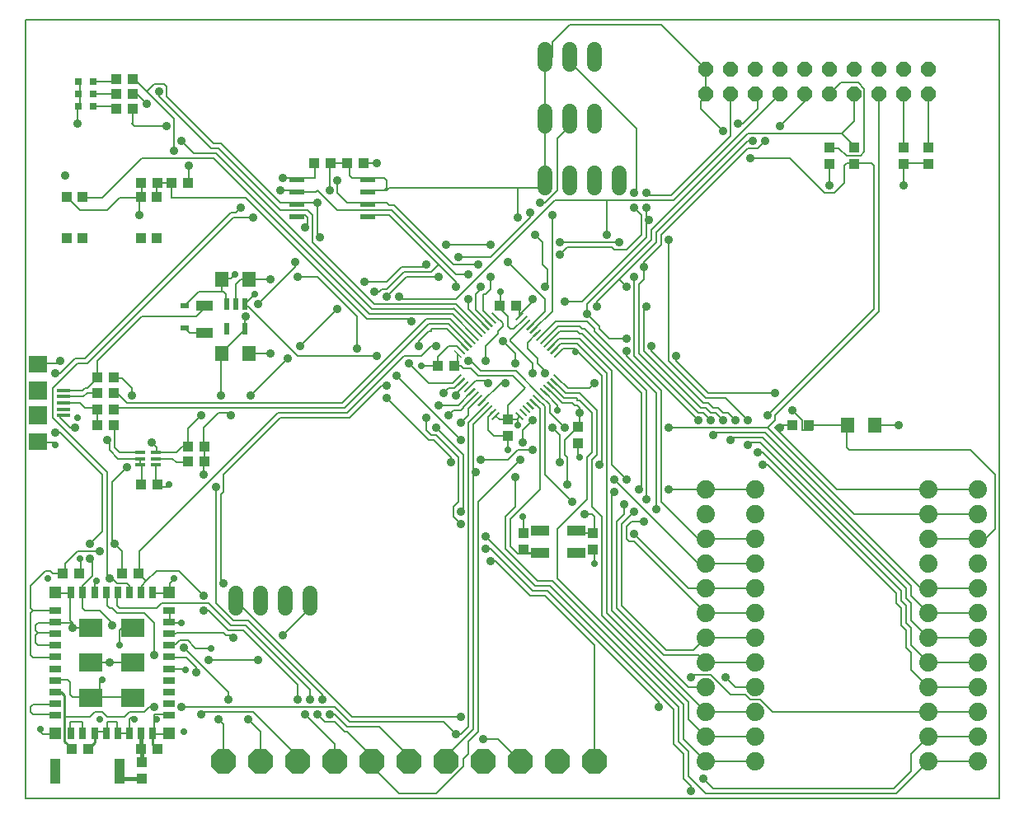
<source format=gtl>
G75*
G70*
%OFA0B0*%
%FSLAX24Y24*%
%IPPOS*%
%LPD*%
%AMOC8*
5,1,8,0,0,1.08239X$1,22.5*
%
%ADD10C,0.0080*%
%ADD11R,0.0551X0.0630*%
%ADD12R,0.0394X0.0433*%
%ADD13R,0.0315X0.0315*%
%ADD14R,0.0217X0.0472*%
%ADD15C,0.0740*%
%ADD16R,0.0748X0.0433*%
%ADD17R,0.0551X0.0138*%
%ADD18R,0.0748X0.0709*%
%ADD19R,0.0748X0.0748*%
%ADD20R,0.0709X0.0394*%
%ADD21R,0.0327X0.0248*%
%ADD22R,0.0079X0.0394*%
%ADD23R,0.0394X0.0079*%
%ADD24R,0.0433X0.0394*%
%ADD25R,0.0472X0.0472*%
%ADD26R,0.0472X0.0276*%
%ADD27R,0.0276X0.0472*%
%ADD28R,0.0945X0.0748*%
%ADD29R,0.0400X0.1000*%
%ADD30R,0.0394X0.0394*%
%ADD31R,0.0590X0.0220*%
%ADD32R,0.0390X0.0118*%
%ADD33C,0.0600*%
%ADD34OC8,0.0600*%
%ADD35OC8,0.1005*%
%ADD36C,0.0278*%
%ADD37C,0.0100*%
%ADD38C,0.0360*%
%ADD39C,0.0160*%
D10*
X001743Y000205D02*
X041113Y000205D01*
X041113Y031701D01*
X001743Y031701D01*
X001743Y000205D01*
X002443Y002805D02*
X002343Y002905D01*
X002343Y003005D01*
X002443Y002805D02*
X002843Y002805D01*
X002940Y002839D01*
X003543Y002905D02*
X003589Y002839D01*
X003543Y002905D02*
X003543Y003305D01*
X004043Y003305D01*
X004043Y002905D01*
X004062Y002839D01*
X004534Y002839D02*
X004543Y002905D01*
X004943Y002905D01*
X005007Y002839D01*
X005043Y002905D01*
X005043Y003305D01*
X005443Y003305D01*
X005443Y002905D01*
X005479Y002839D01*
X005503Y002845D01*
X005903Y002845D01*
X005951Y002839D01*
X005943Y002905D01*
X005943Y003405D01*
X006043Y003505D01*
X006143Y003405D01*
X005943Y003705D02*
X005743Y003505D01*
X005043Y003505D01*
X004843Y003705D01*
X004543Y003705D01*
X004343Y003505D01*
X003313Y003505D01*
X002940Y003567D02*
X002843Y003605D01*
X002043Y003605D01*
X001943Y003705D01*
X001943Y003905D01*
X002043Y004005D01*
X002843Y004005D01*
X002940Y004040D01*
X003543Y004405D02*
X003543Y004905D01*
X003443Y005005D01*
X002943Y005005D01*
X002940Y004985D01*
X003543Y004405D02*
X003643Y004305D01*
X004343Y004305D01*
X004396Y004276D01*
X004643Y004305D01*
X006043Y004305D01*
X006089Y004276D01*
X005943Y003705D02*
X006543Y003705D01*
X006743Y003905D01*
X006943Y003905D01*
X006943Y003605D02*
X006943Y003305D01*
X007043Y003405D01*
X006943Y003305D02*
X006943Y002905D01*
X006896Y002839D01*
X006943Y002805D01*
X007543Y002805D01*
X007546Y002839D01*
X007546Y003567D02*
X007543Y003605D01*
X006943Y003605D01*
X008043Y003905D02*
X014243Y003905D01*
X014843Y003305D01*
X018643Y003305D01*
X019143Y002805D01*
X019343Y002805D01*
X019643Y003105D01*
X019643Y015409D01*
X020338Y016104D01*
X020477Y015965D02*
X019843Y015331D01*
X019843Y013405D01*
X019943Y013405D01*
X019843Y013405D02*
X019843Y003005D01*
X018743Y001905D01*
X018743Y001705D01*
X019443Y001805D02*
X019443Y001505D01*
X018343Y000405D01*
X016843Y000405D01*
X015743Y001505D01*
X015743Y001705D01*
X015743Y001905D01*
X014743Y002905D01*
X014643Y002905D01*
X014243Y003305D01*
X013843Y003305D01*
X013543Y003605D01*
X014043Y003605D02*
X014243Y003605D01*
X014743Y003105D01*
X016043Y003105D01*
X017243Y001905D01*
X017243Y001705D01*
X019443Y001805D02*
X019643Y002005D01*
X019643Y002505D01*
X020043Y002905D01*
X020043Y012205D01*
X021743Y013905D01*
X021643Y014305D02*
X021243Y013905D01*
X020143Y013905D01*
X019443Y014105D02*
X019443Y011905D01*
X019343Y011805D01*
X019043Y011605D02*
X019343Y011305D01*
X019043Y011605D02*
X019043Y012005D01*
X019243Y012205D01*
X019243Y014005D01*
X018343Y014905D01*
X018143Y014905D01*
X017943Y015105D01*
X017943Y015605D01*
X018343Y015205D02*
X019443Y014105D01*
X018943Y014005D02*
X018943Y013805D01*
X018943Y014005D02*
X018243Y014705D01*
X018043Y014705D01*
X016343Y016405D01*
X016343Y016905D02*
X016143Y016905D01*
X014843Y015605D01*
X012043Y015605D01*
X009743Y013305D01*
X009743Y012605D01*
X009643Y012505D01*
X009643Y009005D01*
X009743Y008905D01*
X009443Y008105D02*
X009443Y012805D01*
X008943Y013305D02*
X008943Y013805D01*
X008977Y013855D01*
X008943Y013905D01*
X008977Y013940D01*
X008977Y014455D01*
X008943Y014490D01*
X008943Y015205D01*
X009543Y015805D01*
X009943Y015805D01*
X010043Y015705D01*
X009643Y016505D02*
X009643Y018205D01*
X009692Y018205D01*
X009643Y018205D02*
X009643Y018305D01*
X009743Y018305D01*
X010617Y019179D01*
X010617Y019193D01*
X010617Y019679D01*
X010643Y019705D01*
X010643Y020105D02*
X010617Y020131D01*
X010617Y020217D01*
X010623Y020205D01*
X011023Y020605D01*
X011143Y020205D02*
X012643Y021705D01*
X012643Y021905D01*
X012743Y021305D02*
X013543Y021305D01*
X015143Y019705D01*
X015143Y018405D01*
X015943Y018105D02*
X012743Y018105D01*
X010743Y020105D01*
X010643Y020105D01*
X010243Y020217D02*
X010243Y021005D01*
X010443Y021205D01*
X010743Y021205D01*
X010794Y021205D01*
X010743Y021205D02*
X010843Y021305D01*
X010943Y021205D01*
X011643Y021205D01*
X010223Y021405D02*
X010063Y021245D01*
X009743Y021245D01*
X009692Y021194D01*
X009692Y021205D01*
X009643Y021205D01*
X009692Y021194D02*
X009692Y020756D01*
X009743Y020705D01*
X009843Y020605D01*
X009843Y020305D01*
X009869Y020217D01*
X009743Y020705D02*
X008743Y020705D01*
X008196Y020158D01*
X008193Y020158D01*
X008643Y019705D02*
X008993Y020055D01*
X008993Y020156D01*
X008643Y019705D02*
X006443Y019705D01*
X004643Y017905D01*
X004643Y017305D01*
X004658Y017255D01*
X004643Y017205D01*
X004243Y016805D01*
X004143Y016805D01*
X004043Y016705D01*
X003343Y016705D01*
X003286Y016717D01*
X003286Y016461D02*
X004099Y016461D01*
X004243Y016605D01*
X004658Y016605D01*
X005243Y016605D02*
X005327Y016605D01*
X005243Y016605D02*
X005343Y016705D01*
X005843Y016205D01*
X014543Y016205D01*
X017943Y019605D01*
X018925Y019605D01*
X019781Y018749D01*
X019642Y018610D02*
X018847Y019405D01*
X018043Y019405D01*
X014643Y016005D01*
X005343Y016005D01*
X005327Y015955D01*
X004658Y015955D02*
X004643Y016005D01*
X004143Y016005D01*
X003943Y016205D01*
X003286Y016205D01*
X003243Y015705D02*
X003286Y015693D01*
X003243Y015705D02*
X003143Y015705D01*
X003143Y015605D01*
X003543Y015205D01*
X003743Y015205D01*
X003143Y015005D02*
X002943Y015005D01*
X003143Y015005D02*
X004843Y013305D01*
X004843Y011005D01*
X004343Y010505D01*
X004743Y010205D02*
X003843Y010205D01*
X003343Y009705D01*
X003343Y009305D01*
X003258Y009305D01*
X002843Y009305D01*
X002743Y009405D01*
X002543Y009405D01*
X001943Y008805D01*
X001943Y007905D01*
X002043Y007805D01*
X002843Y007805D01*
X002940Y007819D01*
X002940Y007347D02*
X002843Y007305D01*
X002243Y007305D01*
X002143Y007205D01*
X002143Y007005D01*
X002243Y006905D01*
X002843Y006905D01*
X002940Y006874D01*
X002943Y007305D02*
X002940Y007347D01*
X002943Y007305D02*
X003543Y007305D01*
X003643Y007205D01*
X003643Y007105D01*
X004343Y007105D01*
X004396Y007111D01*
X004143Y007805D02*
X004043Y007905D01*
X004043Y008505D01*
X004062Y008548D01*
X004043Y008605D01*
X004043Y008805D01*
X004443Y009205D01*
X004443Y009805D01*
X004343Y009905D01*
X003983Y009885D02*
X003943Y009905D01*
X003983Y009885D02*
X003983Y009325D01*
X003927Y009305D01*
X004543Y008925D02*
X004623Y009005D01*
X004543Y008925D02*
X004543Y008605D01*
X004534Y008548D01*
X005007Y008548D02*
X005043Y008505D01*
X005043Y008005D01*
X005143Y007905D01*
X005243Y007905D01*
X005443Y007705D01*
X006543Y007705D01*
X006943Y007305D01*
X006943Y006005D01*
X007546Y005929D02*
X007643Y005905D01*
X008243Y005905D01*
X008643Y005505D01*
X008643Y005305D01*
X008223Y005405D02*
X008171Y005457D01*
X007546Y005457D01*
X007546Y006402D02*
X007583Y006445D01*
X007823Y006445D01*
X007983Y006605D01*
X008303Y006605D01*
X008623Y006285D01*
X009263Y006285D01*
X009143Y005805D02*
X011143Y005805D01*
X010143Y006705D02*
X010043Y006805D01*
X009843Y006805D01*
X009743Y006905D01*
X007843Y006905D01*
X007812Y006874D01*
X007546Y006874D01*
X007583Y007325D02*
X007546Y007347D01*
X007583Y007405D01*
X007583Y007805D01*
X007546Y007819D01*
X007243Y008105D02*
X007043Y007905D01*
X005543Y007905D01*
X005443Y008005D01*
X005443Y008505D01*
X005479Y008548D01*
X005443Y008905D02*
X005843Y008905D01*
X005943Y008805D01*
X005943Y008605D01*
X005951Y008548D01*
X006424Y008548D02*
X006443Y008605D01*
X006443Y008805D01*
X006633Y008995D01*
X006383Y009245D01*
X006327Y009305D01*
X006343Y009305D01*
X006343Y010205D01*
X011943Y015805D01*
X014743Y015805D01*
X017043Y018105D01*
X017743Y018105D01*
X018143Y018505D01*
X018343Y018505D01*
X018408Y018070D02*
X018408Y017705D01*
X017743Y017705D01*
X017243Y017805D02*
X018043Y017005D01*
X019012Y017005D01*
X019224Y017218D01*
X019364Y017079D02*
X019090Y016805D01*
X018843Y016805D01*
X018643Y016605D01*
X019143Y016605D02*
X019143Y016505D01*
X019143Y016605D02*
X019168Y016605D01*
X019503Y016939D01*
X019643Y016805D02*
X019943Y017105D01*
X020343Y017105D01*
X020443Y017005D01*
X020043Y017305D02*
X019743Y017605D01*
X019443Y017605D01*
X019343Y017705D01*
X019077Y017705D01*
X019224Y017852D01*
X019224Y018192D01*
X019364Y018331D02*
X019190Y018505D01*
X018843Y018505D01*
X018408Y018070D01*
X017643Y018505D02*
X017643Y018705D01*
X018043Y019105D01*
X018143Y019105D01*
X018143Y019205D01*
X018768Y019205D01*
X019503Y018471D01*
X019920Y018888D02*
X019004Y019805D01*
X015643Y019805D01*
X009343Y026105D01*
X006443Y026105D01*
X004843Y024505D01*
X004143Y024505D01*
X004058Y024532D01*
X003943Y024005D02*
X003443Y024505D01*
X003428Y024532D01*
X003943Y024005D02*
X005043Y024005D01*
X005543Y024505D01*
X006343Y024505D01*
X006428Y024532D01*
X006443Y024605D01*
X006443Y025105D01*
X006408Y025105D01*
X006343Y024505D02*
X006343Y023805D01*
X007058Y024532D02*
X007043Y024605D01*
X007043Y025105D01*
X007077Y025105D01*
X007643Y025105D01*
X007658Y025105D01*
X007643Y025105D02*
X007643Y024505D01*
X010643Y024505D01*
X015543Y019605D01*
X017243Y019605D01*
X017343Y019505D01*
X016943Y020405D02*
X019143Y020405D01*
X023143Y024405D01*
X025243Y024405D01*
X025243Y023005D01*
X025743Y022705D02*
X023343Y022705D01*
X023643Y022505D02*
X025443Y022505D01*
X025543Y022405D01*
X026043Y022405D01*
X026643Y023005D01*
X026643Y023805D01*
X026343Y024105D01*
X026843Y024105D02*
X026843Y023605D01*
X026943Y023605D01*
X026843Y023605D02*
X026843Y022905D01*
X024243Y020305D01*
X023543Y020305D01*
X023043Y019923D02*
X023043Y023805D01*
X022743Y024305D02*
X023243Y024805D01*
X023243Y026905D01*
X023743Y027405D01*
X023743Y027705D01*
X022743Y027705D02*
X022743Y030205D01*
X023043Y030205D01*
X023043Y030805D01*
X023743Y031505D01*
X027443Y031505D01*
X029243Y029705D01*
X029243Y028705D01*
X029243Y028605D01*
X029043Y028405D01*
X029043Y028105D01*
X029943Y027205D01*
X030243Y027005D02*
X030243Y028705D01*
X031243Y028705D02*
X031343Y028605D01*
X031343Y028105D01*
X030743Y027505D01*
X030543Y027505D01*
X030943Y027105D02*
X034743Y027105D01*
X035243Y027605D01*
X035243Y028705D01*
X035663Y028925D02*
X035423Y029165D01*
X034703Y029165D01*
X034243Y028705D01*
X033243Y028705D02*
X033243Y028405D01*
X032243Y027405D01*
X031643Y026805D02*
X031343Y026505D01*
X030943Y026505D01*
X027443Y023005D01*
X027443Y022605D01*
X026743Y021905D01*
X026743Y021705D01*
X026743Y021205D01*
X026543Y021005D01*
X026543Y018205D01*
X028943Y015805D01*
X029143Y015805D01*
X029443Y015505D01*
X029443Y015805D02*
X029243Y016005D01*
X029043Y016005D01*
X026743Y018305D01*
X026743Y020005D01*
X026843Y020105D01*
X026043Y020905D02*
X025743Y021205D01*
X024843Y020305D01*
X024843Y020105D01*
X024443Y020205D02*
X024443Y019805D01*
X024943Y019305D01*
X024943Y019205D01*
X025343Y018805D01*
X026043Y018805D01*
X026043Y018305D02*
X026043Y018105D01*
X027443Y016705D01*
X027443Y012205D01*
X028943Y010705D01*
X029243Y010705D01*
X031243Y010705D01*
X031243Y009705D02*
X029243Y009705D01*
X028943Y009705D01*
X025543Y013105D01*
X026043Y013105D02*
X025443Y013705D01*
X025443Y017505D01*
X024143Y018805D01*
X023317Y018805D01*
X022983Y018471D01*
X023122Y018331D02*
X023396Y018605D01*
X024043Y018605D01*
X025243Y017405D01*
X025243Y007705D01*
X029243Y003705D01*
X031243Y003705D01*
X031443Y004205D02*
X031043Y004205D01*
X030843Y004405D01*
X030243Y004405D01*
X029443Y005205D01*
X028743Y005205D01*
X028643Y005105D01*
X028543Y004705D02*
X025443Y007805D01*
X025443Y012505D01*
X025543Y012605D01*
X025943Y012105D02*
X025943Y011705D01*
X025643Y011405D01*
X025643Y007905D01*
X027543Y006005D01*
X028943Y006005D01*
X029243Y005705D01*
X031243Y005705D01*
X031243Y004705D02*
X030443Y004705D01*
X030043Y005105D01*
X029243Y004705D02*
X028543Y004705D01*
X028543Y004105D02*
X028543Y003405D01*
X029243Y002705D01*
X031243Y002705D01*
X031243Y001705D02*
X029243Y001705D01*
X028343Y002605D01*
X028343Y004005D01*
X023243Y009105D01*
X023243Y011105D01*
X024443Y012305D01*
X024443Y014005D01*
X024643Y014205D01*
X024643Y015805D01*
X024143Y016305D01*
X024043Y016305D01*
X024043Y016405D01*
X023517Y016405D01*
X022983Y016939D01*
X022844Y016800D02*
X023439Y016205D01*
X023843Y016205D01*
X023943Y016105D01*
X024043Y016105D01*
X024143Y016005D01*
X024143Y015805D01*
X024143Y015305D01*
X024093Y015240D01*
X024043Y015205D01*
X023543Y014705D01*
X023543Y014105D01*
X023643Y014005D01*
X023643Y012905D01*
X023843Y012205D02*
X022743Y013305D01*
X022743Y016066D01*
X022426Y016383D01*
X022565Y016522D02*
X022943Y016144D01*
X022943Y015805D01*
X023543Y015205D01*
X023343Y014905D02*
X023043Y015205D01*
X023343Y014905D02*
X023343Y013805D01*
X024093Y014055D02*
X024093Y014570D01*
X024093Y014055D02*
X024143Y014005D01*
X024643Y013905D02*
X024643Y012005D01*
X025043Y011605D01*
X025043Y007605D01*
X028543Y004105D01*
X028143Y003905D02*
X028143Y002505D01*
X028543Y002105D01*
X028543Y001105D01*
X029243Y000405D01*
X036943Y000405D01*
X038243Y001705D01*
X040243Y001705D01*
X040243Y002705D02*
X038243Y002705D01*
X037543Y002005D01*
X037543Y001305D01*
X036843Y000605D01*
X029543Y000605D01*
X029143Y001005D01*
X028643Y000705D02*
X028643Y000505D01*
X028643Y000705D02*
X028343Y001005D01*
X028343Y002005D01*
X027943Y002405D01*
X027943Y003805D01*
X022943Y008805D01*
X022343Y008805D01*
X020343Y010805D01*
X020343Y010305D02*
X020543Y010305D01*
X022243Y008605D01*
X022843Y008605D01*
X027343Y004105D01*
X027343Y003905D01*
X028143Y003905D02*
X023043Y009005D01*
X022443Y009005D01*
X021143Y010305D01*
X021143Y011605D01*
X021543Y012005D01*
X021543Y013205D01*
X022543Y012705D02*
X021343Y011505D01*
X021343Y010405D01*
X021643Y010105D01*
X022543Y010105D01*
X022564Y010152D01*
X022011Y010152D01*
X021893Y010270D01*
X021893Y010940D02*
X021893Y011555D01*
X021843Y011605D01*
X022543Y012705D02*
X022543Y015987D01*
X022287Y016243D01*
X022565Y016522D02*
X021582Y017505D01*
X020143Y017505D01*
X019743Y017905D01*
X019643Y017905D01*
X020343Y017905D02*
X020343Y018505D01*
X020843Y019005D01*
X020843Y019105D01*
X021043Y019305D01*
X021043Y019436D01*
X020756Y019723D01*
X020616Y019584D02*
X020243Y019958D01*
X020243Y020605D01*
X020343Y020605D01*
X020543Y020805D01*
X020543Y021305D01*
X020043Y021805D02*
X019043Y021805D01*
X016643Y024205D01*
X016443Y024205D01*
X016343Y024305D01*
X015643Y024305D01*
X015583Y024255D01*
X015543Y024305D01*
X014743Y024305D01*
X014343Y024705D01*
X014343Y025205D01*
X014843Y025405D02*
X014843Y025905D01*
X014758Y025905D01*
X014077Y025905D01*
X014043Y025905D01*
X014043Y024805D01*
X013543Y024805D02*
X013493Y024755D01*
X012703Y024755D01*
X012653Y024805D01*
X012043Y024805D01*
X012043Y024305D02*
X009643Y026705D01*
X009343Y026705D01*
X007443Y028605D01*
X007443Y029005D01*
X007343Y029105D01*
X006943Y029105D01*
X006643Y028805D01*
X006143Y029305D01*
X006077Y029305D01*
X006077Y028705D02*
X006243Y028705D01*
X006643Y028305D01*
X006077Y028105D02*
X006077Y027540D01*
X006043Y027505D01*
X006143Y027405D01*
X007443Y027405D01*
X007743Y027705D02*
X007743Y026405D01*
X008343Y025805D02*
X008343Y025105D01*
X008327Y025105D01*
X008543Y026305D02*
X009443Y026305D01*
X015743Y020005D01*
X019043Y020005D01*
X019043Y020044D01*
X020060Y019027D01*
X020199Y019167D02*
X019343Y020023D01*
X019343Y020005D01*
X019143Y020205D01*
X015843Y020205D01*
X013343Y022705D01*
X013343Y023805D01*
X013143Y024005D01*
X012043Y024005D01*
X009543Y026505D01*
X009243Y026505D01*
X007143Y028605D01*
X007143Y028805D01*
X006643Y028805D02*
X007743Y027705D01*
X008043Y026805D02*
X008543Y026305D01*
X010043Y023905D02*
X010243Y023905D01*
X010443Y024105D01*
X010043Y023905D02*
X004143Y018005D01*
X003743Y018005D01*
X003143Y017405D01*
X002943Y017405D01*
X002843Y016805D02*
X002843Y015605D01*
X005043Y013405D01*
X005043Y009205D01*
X005143Y009105D01*
X005243Y009105D01*
X005443Y008905D01*
X005643Y009305D02*
X005658Y009305D01*
X005643Y009305D02*
X005643Y010205D01*
X005343Y010505D01*
X005243Y010605D01*
X005243Y013005D01*
X005843Y013605D01*
X005493Y013955D02*
X006374Y013955D01*
X006374Y013699D01*
X006443Y013705D01*
X006443Y012905D01*
X006408Y012905D01*
X007008Y012940D02*
X007008Y013699D01*
X007008Y013955D02*
X007693Y013955D01*
X007843Y013805D01*
X008243Y013805D01*
X008308Y013855D01*
X007843Y014205D02*
X008093Y014455D01*
X008308Y014455D01*
X008308Y015170D01*
X008843Y015705D01*
X008977Y014455D02*
X008943Y014405D01*
X008977Y014455D02*
X008943Y014305D01*
X007843Y014205D02*
X007043Y014205D01*
X007043Y014405D01*
X006843Y014605D01*
X007008Y014211D02*
X007043Y014205D01*
X006374Y014211D02*
X006343Y014205D01*
X005543Y014205D01*
X005343Y014405D01*
X005343Y015305D01*
X005327Y015305D01*
X004658Y015305D02*
X004643Y015305D01*
X004643Y015905D01*
X004658Y015955D01*
X006043Y016505D02*
X006043Y016805D01*
X005643Y017205D01*
X005443Y017205D01*
X005343Y017105D01*
X005243Y017205D01*
X005327Y017255D01*
X004243Y017805D02*
X003843Y017805D01*
X002843Y016805D01*
X003043Y017805D02*
X002243Y017805D01*
X002243Y017780D01*
X003043Y017805D02*
X003143Y017905D01*
X004243Y017805D02*
X010143Y023705D01*
X010943Y023705D01*
X012043Y024305D02*
X012643Y024305D01*
X012703Y024255D01*
X012743Y024305D01*
X013543Y024305D01*
X013543Y023005D01*
X013643Y022905D01*
X013143Y023405D02*
X013143Y023705D01*
X013043Y023805D01*
X012743Y023805D01*
X012703Y023755D01*
X013143Y023405D02*
X013043Y023305D01*
X014343Y024005D02*
X013543Y024805D01*
X013443Y025305D02*
X012743Y025305D01*
X012703Y025255D01*
X012643Y025305D01*
X012143Y025305D01*
X013443Y025305D02*
X013443Y025905D01*
X013408Y025905D01*
X014843Y025405D02*
X014943Y025305D01*
X015543Y025305D01*
X015583Y025255D01*
X015643Y025305D01*
X016243Y025305D01*
X016343Y025205D01*
X016343Y024905D01*
X016243Y024805D01*
X016343Y024805D01*
X016443Y024905D01*
X021643Y024905D01*
X021643Y023705D01*
X022143Y023705D02*
X022143Y023905D01*
X022143Y023705D02*
X020543Y022105D01*
X019243Y022105D01*
X019143Y021405D02*
X016543Y024005D01*
X014343Y024005D01*
X015583Y023755D02*
X015643Y023805D01*
X016443Y023805D01*
X018443Y021805D01*
X018143Y021505D01*
X017043Y021505D01*
X016343Y020805D01*
X016143Y020805D01*
X016043Y020705D01*
X015843Y020705D01*
X015443Y021105D02*
X016343Y021105D01*
X016943Y021705D01*
X017843Y021705D01*
X017943Y021805D01*
X018443Y021305D02*
X017143Y021305D01*
X016343Y020505D01*
X016843Y020505D02*
X016943Y020405D01*
X018443Y021805D02*
X019143Y021105D01*
X019143Y020905D01*
X019143Y021405D02*
X019643Y021405D01*
X020143Y020905D02*
X020143Y020805D01*
X019943Y020605D01*
X019943Y019979D01*
X020477Y019445D01*
X020338Y019306D02*
X019643Y020001D01*
X019643Y020405D01*
X020908Y020155D02*
X020943Y020190D01*
X020943Y020705D01*
X020908Y020155D02*
X020908Y020040D01*
X021243Y019705D01*
X021243Y019305D01*
X021343Y019205D01*
X021490Y019205D01*
X021869Y019584D01*
X021730Y019723D02*
X021730Y019805D01*
X021743Y019805D01*
X022243Y020305D01*
X022243Y020405D01*
X022743Y020405D02*
X021243Y021905D01*
X020543Y022605D02*
X018743Y022605D01*
X016243Y024805D02*
X015643Y024805D01*
X015583Y024755D01*
X015427Y025905D02*
X015943Y025905D01*
X021643Y024905D02*
X022443Y024905D01*
X022743Y025205D01*
X022743Y027705D01*
X023743Y030005D02*
X023743Y030205D01*
X023743Y030005D02*
X026443Y027305D01*
X026443Y024805D01*
X026343Y024705D01*
X026843Y024705D02*
X026943Y024605D01*
X027843Y024605D01*
X030243Y027005D01*
X030943Y027105D02*
X027043Y023205D01*
X027043Y022805D01*
X024443Y020205D01*
X024443Y019505D02*
X024743Y019205D01*
X024743Y019105D01*
X027243Y016605D01*
X027243Y011905D01*
X026743Y011405D02*
X026243Y011405D01*
X026043Y011205D01*
X026043Y010705D01*
X026143Y010605D01*
X026343Y010605D01*
X029243Y007705D01*
X031243Y007705D01*
X031243Y006705D02*
X029243Y006705D01*
X028743Y006205D01*
X027643Y006205D01*
X025843Y008005D01*
X025843Y011305D01*
X026343Y011805D01*
X026843Y012305D02*
X026843Y016705D01*
X024343Y019205D01*
X024243Y019205D01*
X024143Y019305D01*
X023243Y019305D01*
X023243Y019287D01*
X022704Y018749D01*
X022565Y018888D02*
X023143Y019466D01*
X023143Y019505D01*
X024443Y019505D01*
X024043Y019105D02*
X024143Y019005D01*
X024243Y019005D01*
X026643Y016605D01*
X026643Y012805D01*
X026543Y012705D01*
X027743Y012705D02*
X029243Y012705D01*
X031243Y012705D01*
X031543Y013705D02*
X031743Y013705D01*
X036943Y008505D01*
X036943Y008105D01*
X037143Y007905D01*
X037143Y007205D01*
X037343Y007005D01*
X037343Y006305D01*
X037543Y006105D01*
X037543Y005405D01*
X038243Y004705D01*
X040243Y004705D01*
X040243Y003705D02*
X038243Y003705D01*
X031943Y003705D01*
X031443Y004205D01*
X031243Y008705D02*
X029243Y008705D01*
X028543Y008705D01*
X026343Y010905D01*
X024743Y011005D02*
X024693Y010940D01*
X024139Y010940D01*
X024021Y011058D01*
X024343Y011705D02*
X024643Y011705D01*
X024743Y011605D01*
X024743Y011005D01*
X024693Y010270D02*
X024743Y010220D01*
X024743Y009705D01*
X022743Y008405D02*
X022143Y008405D01*
X020743Y009805D01*
X020543Y009805D01*
X022743Y008405D02*
X024743Y006405D01*
X024743Y001705D01*
X021743Y001705D02*
X020843Y002605D01*
X020243Y002605D01*
X019343Y003505D02*
X014943Y003505D01*
X010243Y008205D01*
X009443Y008105D02*
X010143Y007405D01*
X010743Y007405D01*
X013743Y004405D01*
X013743Y004205D01*
X013243Y004205D02*
X013243Y004605D01*
X010643Y007205D01*
X010043Y007205D01*
X009143Y008105D01*
X007243Y008105D01*
X007503Y008525D02*
X006943Y008525D01*
X006896Y008548D01*
X006633Y008995D02*
X007043Y009405D01*
X007943Y009405D01*
X008943Y008405D01*
X008943Y007805D02*
X009143Y007805D01*
X009943Y007005D01*
X010543Y007005D01*
X012743Y004805D01*
X012743Y004205D01*
X013043Y003605D02*
X014243Y002405D01*
X014243Y001705D01*
X012743Y001705D02*
X012743Y001905D01*
X010943Y003705D01*
X008943Y003705D01*
X008843Y003605D01*
X009543Y003405D02*
X009743Y003205D01*
X009743Y001705D01*
X011243Y001705D02*
X011243Y002905D01*
X010743Y003405D01*
X009943Y004205D02*
X009943Y004505D01*
X008143Y006305D01*
X008063Y007325D02*
X007583Y007325D01*
X007503Y008525D02*
X007546Y008548D01*
X007583Y008605D01*
X007583Y008925D01*
X007743Y009085D01*
X007743Y009105D01*
X006089Y007111D02*
X006043Y007105D01*
X005643Y007105D01*
X005543Y007005D01*
X005543Y006405D01*
X005143Y005705D02*
X006043Y005705D01*
X006089Y005693D01*
X005143Y005705D02*
X004443Y005705D01*
X004396Y005693D01*
X004843Y005005D02*
X004743Y004905D01*
X004743Y004405D01*
X004643Y004305D01*
X004443Y004305D01*
X004396Y004276D01*
X002940Y005929D02*
X002843Y005905D01*
X002043Y005905D01*
X001943Y006005D01*
X001943Y007705D01*
X002043Y007805D01*
X002243Y006905D02*
X002143Y006805D01*
X002143Y006505D01*
X002243Y006405D01*
X002843Y006405D01*
X002940Y006402D01*
X003643Y007205D02*
X003643Y007305D01*
X003543Y007405D01*
X003543Y008505D01*
X003589Y008548D01*
X003543Y008505D02*
X002943Y008505D01*
X002940Y008548D01*
X004143Y007805D02*
X004743Y007805D01*
X005243Y007305D01*
X005243Y007205D01*
X007043Y012805D02*
X007043Y012905D01*
X007008Y012940D01*
X007043Y012905D02*
X007077Y012905D01*
X007043Y012805D02*
X007443Y012805D01*
X007443Y012905D01*
X007543Y012905D01*
X005493Y013955D02*
X005143Y014305D01*
X005143Y014605D01*
X005043Y014705D01*
X002943Y014505D02*
X002843Y014605D01*
X002243Y014605D01*
X002243Y014630D01*
X008193Y019252D02*
X008391Y019054D01*
X008993Y019054D01*
X010543Y019105D02*
X010643Y019005D01*
X010617Y019193D02*
X010643Y019205D01*
X010843Y018305D02*
X010743Y018205D01*
X010794Y018205D01*
X010843Y018305D02*
X010943Y018205D01*
X011643Y018205D01*
X012343Y018005D02*
X010843Y016505D01*
X012843Y018505D02*
X014343Y020005D01*
X016743Y017305D02*
X019343Y014705D01*
X019343Y015405D02*
X019643Y015705D01*
X019643Y015966D01*
X020060Y016383D01*
X020199Y016243D02*
X020943Y016987D01*
X020943Y017005D01*
X021143Y017005D01*
X021443Y017305D02*
X020043Y017305D01*
X019643Y016805D02*
X019642Y016800D01*
X019781Y016661D02*
X019243Y016123D01*
X019243Y016105D01*
X018443Y016105D01*
X018843Y015705D02*
X019043Y015905D01*
X019343Y015905D01*
X019443Y016005D01*
X019443Y016044D01*
X019920Y016522D01*
X020616Y015826D02*
X020443Y015652D01*
X020443Y015105D01*
X020677Y014870D01*
X021243Y014870D01*
X021243Y014305D01*
X021643Y014305D02*
X022243Y014305D01*
X021843Y014605D02*
X021843Y015105D01*
X022143Y015405D01*
X022143Y015505D01*
X022243Y015505D01*
X021730Y015687D02*
X021636Y015592D01*
X021663Y015565D01*
X021663Y015325D01*
X021583Y015540D02*
X021243Y015540D01*
X021243Y016105D01*
X021943Y016805D01*
X021443Y017305D01*
X021543Y017805D02*
X021543Y018205D01*
X021043Y018705D01*
X021343Y018705D02*
X021343Y018779D01*
X022008Y019445D01*
X022148Y019306D02*
X022743Y019901D01*
X022743Y020405D01*
X022743Y020905D02*
X022843Y021005D01*
X022843Y021605D01*
X022643Y021805D01*
X022643Y022705D01*
X022343Y023005D01*
X023343Y022205D02*
X023643Y022505D01*
X025743Y021205D02*
X027243Y022705D01*
X027243Y023105D01*
X030943Y026805D01*
X031143Y026805D01*
X031043Y026105D02*
X032643Y026105D01*
X034043Y024705D01*
X034443Y024705D01*
X034843Y025105D01*
X034843Y025805D01*
X034943Y025905D01*
X035243Y025905D01*
X035243Y025870D01*
X035243Y025905D02*
X035943Y025905D01*
X036043Y025805D01*
X036043Y020005D01*
X031743Y015705D01*
X032043Y015705D02*
X032043Y015505D01*
X031743Y015205D01*
X035243Y011705D01*
X038243Y011705D01*
X040243Y011705D01*
X040943Y011105D02*
X040943Y013305D01*
X039943Y014305D01*
X035043Y014305D01*
X034943Y014405D01*
X034943Y015305D01*
X034992Y015305D01*
X034943Y015305D02*
X033543Y015305D01*
X033427Y015305D01*
X033543Y015305D02*
X033543Y015105D01*
X033143Y015105D01*
X033143Y015505D01*
X032743Y015905D01*
X032758Y015305D02*
X032243Y015305D01*
X032243Y015205D01*
X032243Y015305D02*
X032143Y015305D01*
X032043Y015205D01*
X034543Y012705D01*
X038243Y012705D01*
X040243Y012705D01*
X040943Y011105D02*
X040543Y010705D01*
X040243Y010705D01*
X038243Y010705D01*
X038243Y008705D02*
X037943Y008705D01*
X031643Y015005D01*
X029643Y015005D01*
X029543Y014905D01*
X029943Y015505D02*
X029643Y015805D01*
X029443Y015805D01*
X029543Y016005D02*
X029343Y016205D01*
X029143Y016205D01*
X027043Y018305D01*
X027043Y018505D01*
X026343Y018105D02*
X026343Y021305D01*
X027743Y022805D02*
X027743Y017905D01*
X029243Y016405D01*
X030043Y016405D01*
X030943Y015505D01*
X030443Y015505D02*
X030143Y015805D01*
X029943Y015805D01*
X029743Y016005D01*
X029543Y016005D01*
X028943Y015505D02*
X026343Y018105D01*
X025043Y017305D02*
X023983Y018365D01*
X023983Y018285D01*
X023983Y018365D02*
X023943Y018405D01*
X023474Y018405D01*
X023261Y018192D01*
X022943Y018705D02*
X023343Y019105D01*
X023543Y019105D01*
X024043Y019105D01*
X023043Y019923D02*
X022287Y019167D01*
X022426Y019027D02*
X022043Y018644D01*
X022043Y018405D01*
X022443Y018005D01*
X022443Y017805D01*
X022743Y017505D01*
X022743Y017405D01*
X023122Y017079D02*
X023596Y016605D01*
X024143Y016605D01*
X024843Y015905D01*
X024843Y014105D01*
X024643Y013905D01*
X024943Y013705D02*
X025043Y013805D01*
X025043Y017305D01*
X024743Y017005D02*
X024543Y016805D01*
X023674Y016805D01*
X023261Y017218D01*
X022704Y016661D02*
X023243Y016123D01*
X023243Y015905D01*
X021636Y015592D02*
X021583Y015540D01*
X021243Y015540D02*
X020903Y015540D01*
X020756Y015687D01*
X022243Y017405D02*
X022243Y017805D01*
X021343Y018705D01*
X021730Y019805D02*
X021730Y020002D01*
X021577Y020155D01*
X022543Y024305D02*
X022743Y024305D01*
X025243Y024405D02*
X027943Y024405D01*
X032243Y028705D01*
X034743Y027105D02*
X035243Y026605D01*
X035243Y026540D01*
X035503Y026205D02*
X034943Y026205D01*
X034623Y026525D01*
X034303Y026525D01*
X034243Y026540D01*
X034243Y025870D02*
X034243Y025005D01*
X035503Y026205D02*
X035663Y026365D01*
X035663Y028925D01*
X036243Y028705D02*
X036243Y019905D01*
X032043Y015705D01*
X031743Y015205D02*
X027743Y015205D01*
X029343Y016605D02*
X028043Y017905D01*
X028043Y018105D01*
X029343Y016605D02*
X032043Y016605D01*
X031543Y014805D02*
X030343Y014805D01*
X030243Y014705D01*
X030943Y014505D02*
X031043Y014605D01*
X031443Y014605D01*
X037343Y008705D01*
X037343Y008305D01*
X037543Y008105D01*
X037543Y007405D01*
X038243Y006705D01*
X040243Y006705D01*
X040243Y005705D02*
X038243Y005705D01*
X037543Y006405D01*
X037543Y007105D01*
X037343Y007305D01*
X037343Y008005D01*
X037143Y008205D01*
X037143Y008605D01*
X031543Y014205D01*
X031343Y014205D01*
X031543Y014805D02*
X037543Y008805D01*
X037543Y008405D01*
X038243Y007705D01*
X040243Y007705D01*
X040243Y008705D02*
X038243Y008705D01*
X037043Y015305D02*
X036243Y015305D01*
X036143Y015405D01*
X036043Y015305D01*
X036094Y015305D01*
X037243Y025005D02*
X037243Y025870D01*
X037243Y025905D01*
X038243Y025905D01*
X038243Y025870D01*
X038243Y026540D02*
X038243Y028705D01*
X037243Y028705D02*
X037243Y026540D01*
X013243Y008205D02*
X013243Y007905D01*
X012143Y006805D01*
X003843Y027505D02*
X003843Y028205D01*
X003898Y028205D01*
X003943Y028205D01*
X003943Y028705D01*
X003898Y028705D01*
X003943Y028705D02*
X003943Y029205D01*
X003898Y029205D01*
X004488Y029205D02*
X005308Y029205D01*
X005408Y029305D01*
X005408Y028705D02*
X004488Y028705D01*
X004488Y028205D02*
X005308Y028205D01*
X005408Y028105D01*
D11*
X009692Y021205D03*
X010794Y021205D03*
X010794Y018205D03*
X009692Y018205D03*
X034992Y015305D03*
X036094Y015305D03*
D12*
X024693Y010940D03*
X024693Y010270D03*
X021893Y010270D03*
X021893Y010940D03*
X024093Y014570D03*
X024093Y015240D03*
X021243Y015540D03*
X021243Y014870D03*
X008977Y014455D03*
X008977Y013855D03*
X008308Y013855D03*
X008308Y014455D03*
X007077Y012905D03*
X006408Y012905D03*
X005327Y015305D03*
X004658Y015305D03*
X004658Y015955D03*
X005327Y015955D03*
X005327Y016605D03*
X004658Y016605D03*
X004658Y017255D03*
X005327Y017255D03*
X007658Y025105D03*
X008327Y025105D03*
X006077Y028105D03*
X006077Y028705D03*
X006077Y029305D03*
X005408Y029305D03*
X005408Y028705D03*
X005408Y028105D03*
X013408Y025905D03*
X014077Y025905D03*
X006327Y009305D03*
X005658Y009305D03*
X004277Y002205D03*
X003608Y002205D03*
X006443Y001690D03*
X006443Y001020D03*
D13*
X004488Y028205D03*
X003898Y028205D03*
X003898Y028705D03*
X003898Y029205D03*
X004488Y029205D03*
X004488Y028705D03*
D14*
X009869Y020217D03*
X010243Y020217D03*
X010617Y020217D03*
X010617Y019193D03*
X009869Y019193D03*
D15*
X029243Y012705D03*
X029243Y011705D03*
X029243Y010705D03*
X029243Y009705D03*
X029243Y008705D03*
X029243Y007705D03*
X029243Y006705D03*
X029243Y005705D03*
X029243Y004705D03*
X029243Y003705D03*
X029243Y002705D03*
X029243Y001705D03*
X031243Y001705D03*
X031243Y002705D03*
X031243Y003705D03*
X031243Y004705D03*
X031243Y005705D03*
X031243Y006705D03*
X031243Y007705D03*
X031243Y008705D03*
X031243Y009705D03*
X031243Y010705D03*
X031243Y011705D03*
X031243Y012705D03*
X038243Y012705D03*
X038243Y011705D03*
X038243Y010705D03*
X038243Y009705D03*
X038243Y008705D03*
X038243Y007705D03*
X038243Y006705D03*
X038243Y005705D03*
X038243Y004705D03*
X038243Y003705D03*
X038243Y002705D03*
X038243Y001705D03*
X040243Y001705D03*
X040243Y002705D03*
X040243Y003705D03*
X040243Y004705D03*
X040243Y005705D03*
X040243Y006705D03*
X040243Y007705D03*
X040243Y008705D03*
X040243Y009705D03*
X040243Y010705D03*
X040243Y011705D03*
X040243Y012705D03*
D16*
X024021Y011058D03*
X024021Y010152D03*
X022564Y010152D03*
X022564Y011058D03*
D17*
X003286Y015693D03*
X003286Y015949D03*
X003286Y016205D03*
X003286Y016461D03*
X003286Y016717D03*
D18*
X002243Y017780D03*
X002243Y014630D03*
D19*
X002243Y015705D03*
X002243Y016705D03*
D20*
X008993Y019054D03*
X008993Y020156D03*
D21*
X008193Y020158D03*
X008193Y019252D03*
D22*
G36*
X019390Y018081D02*
X019335Y018026D01*
X019058Y018303D01*
X019113Y018358D01*
X019390Y018081D01*
G37*
G36*
X019530Y018220D02*
X019475Y018165D01*
X019198Y018442D01*
X019253Y018497D01*
X019530Y018220D01*
G37*
G36*
X019669Y018360D02*
X019614Y018305D01*
X019337Y018582D01*
X019392Y018637D01*
X019669Y018360D01*
G37*
G36*
X019808Y018499D02*
X019753Y018444D01*
X019476Y018721D01*
X019531Y018776D01*
X019808Y018499D01*
G37*
G36*
X019947Y018638D02*
X019892Y018583D01*
X019615Y018860D01*
X019670Y018915D01*
X019947Y018638D01*
G37*
G36*
X020086Y018777D02*
X020031Y018722D01*
X019754Y018999D01*
X019809Y019054D01*
X020086Y018777D01*
G37*
G36*
X020226Y018916D02*
X020171Y018861D01*
X019894Y019138D01*
X019949Y019193D01*
X020226Y018916D01*
G37*
G36*
X020365Y019056D02*
X020310Y019001D01*
X020033Y019278D01*
X020088Y019333D01*
X020365Y019056D01*
G37*
G36*
X020504Y019195D02*
X020449Y019140D01*
X020172Y019417D01*
X020227Y019472D01*
X020504Y019195D01*
G37*
G36*
X020643Y019334D02*
X020588Y019279D01*
X020311Y019556D01*
X020366Y019611D01*
X020643Y019334D01*
G37*
G36*
X020782Y019473D02*
X020727Y019418D01*
X020450Y019695D01*
X020505Y019750D01*
X020782Y019473D01*
G37*
G36*
X020922Y019612D02*
X020867Y019557D01*
X020590Y019834D01*
X020645Y019889D01*
X020922Y019612D01*
G37*
G36*
X023427Y017107D02*
X023372Y017052D01*
X023095Y017329D01*
X023150Y017384D01*
X023427Y017107D01*
G37*
G36*
X023288Y016968D02*
X023233Y016913D01*
X022956Y017190D01*
X023011Y017245D01*
X023288Y016968D01*
G37*
G36*
X023149Y016828D02*
X023094Y016773D01*
X022817Y017050D01*
X022872Y017105D01*
X023149Y016828D01*
G37*
G36*
X023010Y016689D02*
X022955Y016634D01*
X022678Y016911D01*
X022733Y016966D01*
X023010Y016689D01*
G37*
G36*
X022870Y016550D02*
X022815Y016495D01*
X022538Y016772D01*
X022593Y016827D01*
X022870Y016550D01*
G37*
G36*
X022731Y016411D02*
X022676Y016356D01*
X022399Y016633D01*
X022454Y016688D01*
X022731Y016411D01*
G37*
G36*
X022592Y016272D02*
X022537Y016217D01*
X022260Y016494D01*
X022315Y016549D01*
X022592Y016272D01*
G37*
G36*
X022453Y016132D02*
X022398Y016077D01*
X022121Y016354D01*
X022176Y016409D01*
X022453Y016132D01*
G37*
G36*
X022314Y015993D02*
X022259Y015938D01*
X021982Y016215D01*
X022037Y016270D01*
X022314Y015993D01*
G37*
G36*
X022174Y015854D02*
X022119Y015799D01*
X021842Y016076D01*
X021897Y016131D01*
X022174Y015854D01*
G37*
G36*
X022035Y015715D02*
X021980Y015660D01*
X021703Y015937D01*
X021758Y015992D01*
X022035Y015715D01*
G37*
G36*
X021896Y015576D02*
X021841Y015521D01*
X021564Y015798D01*
X021619Y015853D01*
X021896Y015576D01*
G37*
D23*
G36*
X020922Y015798D02*
X020645Y015521D01*
X020590Y015576D01*
X020867Y015853D01*
X020922Y015798D01*
G37*
G36*
X020782Y015937D02*
X020505Y015660D01*
X020450Y015715D01*
X020727Y015992D01*
X020782Y015937D01*
G37*
G36*
X020643Y016076D02*
X020366Y015799D01*
X020311Y015854D01*
X020588Y016131D01*
X020643Y016076D01*
G37*
G36*
X020504Y016215D02*
X020227Y015938D01*
X020172Y015993D01*
X020449Y016270D01*
X020504Y016215D01*
G37*
G36*
X020365Y016354D02*
X020088Y016077D01*
X020033Y016132D01*
X020310Y016409D01*
X020365Y016354D01*
G37*
G36*
X020226Y016494D02*
X019949Y016217D01*
X019894Y016272D01*
X020171Y016549D01*
X020226Y016494D01*
G37*
G36*
X020086Y016633D02*
X019809Y016356D01*
X019754Y016411D01*
X020031Y016688D01*
X020086Y016633D01*
G37*
G36*
X019947Y016772D02*
X019670Y016495D01*
X019615Y016550D01*
X019892Y016827D01*
X019947Y016772D01*
G37*
G36*
X019808Y016911D02*
X019531Y016634D01*
X019476Y016689D01*
X019753Y016966D01*
X019808Y016911D01*
G37*
G36*
X019669Y017050D02*
X019392Y016773D01*
X019337Y016828D01*
X019614Y017105D01*
X019669Y017050D01*
G37*
G36*
X019530Y017190D02*
X019253Y016913D01*
X019198Y016968D01*
X019475Y017245D01*
X019530Y017190D01*
G37*
G36*
X019390Y017329D02*
X019113Y017052D01*
X019058Y017107D01*
X019335Y017384D01*
X019390Y017329D01*
G37*
G36*
X022035Y019695D02*
X021758Y019418D01*
X021703Y019473D01*
X021980Y019750D01*
X022035Y019695D01*
G37*
G36*
X022174Y019556D02*
X021897Y019279D01*
X021842Y019334D01*
X022119Y019611D01*
X022174Y019556D01*
G37*
G36*
X022314Y019417D02*
X022037Y019140D01*
X021982Y019195D01*
X022259Y019472D01*
X022314Y019417D01*
G37*
G36*
X022453Y019278D02*
X022176Y019001D01*
X022121Y019056D01*
X022398Y019333D01*
X022453Y019278D01*
G37*
G36*
X022592Y019138D02*
X022315Y018861D01*
X022260Y018916D01*
X022537Y019193D01*
X022592Y019138D01*
G37*
G36*
X022731Y018999D02*
X022454Y018722D01*
X022399Y018777D01*
X022676Y019054D01*
X022731Y018999D01*
G37*
G36*
X022870Y018860D02*
X022593Y018583D01*
X022538Y018638D01*
X022815Y018915D01*
X022870Y018860D01*
G37*
G36*
X023010Y018721D02*
X022733Y018444D01*
X022678Y018499D01*
X022955Y018776D01*
X023010Y018721D01*
G37*
G36*
X023149Y018582D02*
X022872Y018305D01*
X022817Y018360D01*
X023094Y018637D01*
X023149Y018582D01*
G37*
G36*
X023288Y018442D02*
X023011Y018165D01*
X022956Y018220D01*
X023233Y018497D01*
X023288Y018442D01*
G37*
G36*
X023427Y018303D02*
X023150Y018026D01*
X023095Y018081D01*
X023372Y018358D01*
X023427Y018303D01*
G37*
G36*
X021896Y019834D02*
X021619Y019557D01*
X021564Y019612D01*
X021841Y019889D01*
X021896Y019834D01*
G37*
D24*
X021577Y020155D03*
X020908Y020155D03*
X019077Y017705D03*
X018408Y017705D03*
X015427Y025905D03*
X014758Y025905D03*
X007077Y025105D03*
X006408Y025105D03*
X003927Y009305D03*
X003258Y009305D03*
X006408Y002205D03*
X007077Y002205D03*
X032758Y015305D03*
X033427Y015305D03*
X034243Y025870D03*
X034243Y026540D03*
X035243Y026540D03*
X035243Y025870D03*
X037243Y025870D03*
X037243Y026540D03*
X038243Y026540D03*
X038243Y025870D03*
D25*
X007546Y008548D03*
X002940Y008548D03*
X002940Y002839D03*
X007546Y002839D03*
D26*
X007546Y003567D03*
X007546Y004040D03*
X007546Y004512D03*
X007546Y004985D03*
X007546Y005457D03*
X007546Y005929D03*
X007546Y006402D03*
X007546Y006874D03*
X007546Y007347D03*
X007546Y007819D03*
X002940Y007819D03*
X002940Y007347D03*
X002940Y006874D03*
X002940Y006402D03*
X002940Y005929D03*
X002940Y005457D03*
X002940Y004985D03*
X002940Y004512D03*
X002940Y004040D03*
X002940Y003567D03*
D27*
X003589Y002839D03*
X004062Y002839D03*
X004534Y002839D03*
X005007Y002839D03*
X005479Y002839D03*
X005951Y002839D03*
X006424Y002839D03*
X006896Y002839D03*
X006896Y008548D03*
X006424Y008548D03*
X005951Y008548D03*
X005479Y008548D03*
X005007Y008548D03*
X004534Y008548D03*
X004062Y008548D03*
X003589Y008548D03*
D28*
X004396Y007111D03*
X006089Y007111D03*
X006089Y005693D03*
X006089Y004276D03*
X004396Y004276D03*
X004396Y005693D03*
D29*
X005543Y001305D03*
X002943Y001305D03*
D30*
X003428Y022878D03*
X004058Y022878D03*
X004058Y024532D03*
X003428Y024532D03*
X006428Y024532D03*
X007058Y024532D03*
X007058Y022878D03*
X006428Y022878D03*
D31*
X012703Y023755D03*
X012703Y024255D03*
X012703Y024755D03*
X012703Y025255D03*
X015583Y025255D03*
X015583Y024755D03*
X015583Y024255D03*
X015583Y023755D03*
D32*
X007008Y014211D03*
X007008Y013955D03*
X007008Y013699D03*
X006374Y013699D03*
X006374Y013955D03*
X006374Y014211D03*
D33*
X010243Y008505D02*
X010243Y007905D01*
X011243Y007905D02*
X011243Y008505D01*
X012243Y008505D02*
X012243Y007905D01*
X013243Y007905D02*
X013243Y008505D01*
X022743Y024905D02*
X022743Y025505D01*
X023743Y025505D02*
X023743Y024905D01*
X024743Y024905D02*
X024743Y025505D01*
X025743Y025505D02*
X025743Y024905D01*
X024743Y027405D02*
X024743Y028005D01*
X023743Y028005D02*
X023743Y027405D01*
X022743Y027405D02*
X022743Y028005D01*
X022743Y029905D02*
X022743Y030505D01*
X023743Y030505D02*
X023743Y029905D01*
X024743Y029905D02*
X024743Y030505D01*
D34*
X029243Y029705D03*
X030243Y029705D03*
X031243Y029705D03*
X032243Y029705D03*
X033243Y029705D03*
X034243Y029705D03*
X035243Y029705D03*
X036243Y029705D03*
X037243Y029705D03*
X038243Y029705D03*
X038243Y028705D03*
X037243Y028705D03*
X036243Y028705D03*
X035243Y028705D03*
X034243Y028705D03*
X033243Y028705D03*
X032243Y028705D03*
X031243Y028705D03*
X030243Y028705D03*
X029243Y028705D03*
D35*
X024743Y001705D03*
X023243Y001705D03*
X021743Y001705D03*
X020243Y001705D03*
X018743Y001705D03*
X017243Y001705D03*
X015743Y001705D03*
X014243Y001705D03*
X012743Y001705D03*
X011243Y001705D03*
X009743Y001705D03*
D36*
X008143Y002905D03*
X007043Y003405D03*
X006143Y003405D03*
X004743Y003405D03*
X004843Y005005D03*
X005543Y006405D03*
X008063Y007325D03*
X009263Y006285D03*
X008223Y005405D03*
X004623Y009005D03*
X003943Y009905D03*
X002643Y009105D03*
X007743Y009105D03*
X007543Y012905D03*
X003843Y015605D03*
X002943Y014505D03*
X011023Y020605D03*
X010223Y021405D03*
X017743Y017705D03*
X021663Y015325D03*
X021243Y014305D03*
X023243Y015905D03*
X024143Y014005D03*
X021843Y011605D03*
X024743Y009705D03*
X023983Y018285D03*
X020943Y020705D03*
X002343Y003005D03*
D37*
X003313Y002525D02*
X003313Y003505D01*
X003313Y004385D01*
X003193Y004505D01*
X002947Y004505D01*
X002940Y004512D01*
X004534Y002839D02*
X004534Y002462D01*
X004277Y002205D01*
X003608Y002205D02*
X003608Y002230D01*
X003313Y002525D01*
X005543Y001305D02*
X005543Y001005D01*
X005558Y001020D01*
X006443Y002170D02*
X006408Y002205D01*
X006896Y002386D02*
X007077Y002205D01*
X006896Y002386D02*
X006896Y002839D01*
X006424Y002839D02*
X006408Y002823D01*
D38*
X006943Y003905D03*
X008043Y003905D03*
X008843Y003605D03*
X009543Y003405D03*
X009943Y004205D03*
X010743Y003405D03*
X012743Y004205D03*
X013243Y004205D03*
X013743Y004205D03*
X013543Y003605D03*
X014043Y003605D03*
X013043Y003605D03*
X011143Y005805D03*
X010143Y006705D03*
X009143Y005805D03*
X008643Y005305D03*
X008143Y006305D03*
X006943Y006005D03*
X005143Y005705D03*
X005243Y007205D03*
X003643Y007105D03*
X005143Y009105D03*
X004343Y009905D03*
X004743Y010205D03*
X004343Y010505D03*
X005343Y010505D03*
X008943Y008405D03*
X008943Y007805D03*
X009743Y008905D03*
X012143Y006805D03*
X019143Y002805D03*
X019343Y003505D03*
X020243Y002605D03*
X027343Y003905D03*
X028643Y005105D03*
X030043Y005105D03*
X029143Y001005D03*
X028643Y000505D03*
X020543Y009805D03*
X020343Y010305D03*
X020343Y010805D03*
X019343Y011305D03*
X019343Y011805D03*
X019943Y013405D03*
X020143Y013905D03*
X019343Y014705D03*
X019343Y015405D03*
X018843Y015705D03*
X018443Y016105D03*
X018643Y016605D03*
X019143Y016505D03*
X020443Y017005D03*
X021143Y017005D03*
X021543Y017805D03*
X022243Y017405D03*
X022743Y017405D03*
X024143Y015805D03*
X023543Y015205D03*
X023043Y015205D03*
X022243Y015505D03*
X021843Y014605D03*
X022243Y014305D03*
X021743Y013905D03*
X021543Y013205D03*
X023343Y013805D03*
X023643Y012905D03*
X023843Y012205D03*
X024343Y011705D03*
X025543Y012605D03*
X025543Y013105D03*
X026043Y013105D03*
X026543Y012705D03*
X026843Y012305D03*
X027243Y011905D03*
X026743Y011405D03*
X026343Y011805D03*
X025943Y012105D03*
X026343Y010905D03*
X027743Y012705D03*
X030243Y014705D03*
X030943Y014505D03*
X031343Y014205D03*
X031543Y013705D03*
X032243Y015205D03*
X031743Y015705D03*
X030943Y015505D03*
X030443Y015505D03*
X029943Y015505D03*
X029443Y015505D03*
X028943Y015505D03*
X029543Y014905D03*
X027743Y015205D03*
X024943Y013705D03*
X024743Y017005D03*
X026043Y018305D03*
X026043Y018805D03*
X027043Y018505D03*
X028043Y018105D03*
X026843Y020105D03*
X026043Y020905D03*
X026343Y021305D03*
X026743Y021705D03*
X025743Y022705D03*
X025243Y023005D03*
X026343Y024105D03*
X026843Y024105D03*
X026943Y023605D03*
X026843Y024705D03*
X026343Y024705D03*
X027743Y022805D03*
X024843Y020105D03*
X024443Y019805D03*
X023543Y020305D03*
X022743Y020905D03*
X022243Y020405D03*
X021243Y021905D03*
X020543Y021305D03*
X020043Y021805D03*
X019643Y021405D03*
X020143Y020905D03*
X019643Y020405D03*
X019143Y020905D03*
X018443Y021305D03*
X017943Y021805D03*
X018743Y022605D03*
X019243Y022105D03*
X020543Y022605D03*
X021643Y023705D03*
X022143Y023905D03*
X022543Y024305D03*
X023043Y023805D03*
X022343Y023005D03*
X023343Y022705D03*
X023343Y022205D03*
X021043Y018705D03*
X020343Y017905D03*
X019643Y017905D03*
X018343Y018505D03*
X017643Y018505D03*
X017243Y017805D03*
X016743Y017305D03*
X016343Y016905D03*
X016343Y016405D03*
X017943Y015605D03*
X018343Y015205D03*
X018943Y013805D03*
X015943Y018105D03*
X015143Y018405D03*
X014343Y020005D03*
X015443Y021105D03*
X015843Y020705D03*
X016343Y020505D03*
X016843Y020505D03*
X017343Y019505D03*
X012843Y018505D03*
X012343Y018005D03*
X011643Y018205D03*
X010643Y019705D03*
X011143Y020205D03*
X011643Y021205D03*
X012743Y021305D03*
X012643Y021905D03*
X013643Y022905D03*
X013043Y023305D03*
X013543Y024305D03*
X014043Y024805D03*
X014343Y025205D03*
X015943Y025905D03*
X012143Y025305D03*
X012043Y024805D03*
X010943Y023705D03*
X010443Y024105D03*
X008343Y025805D03*
X007743Y026405D03*
X008043Y026805D03*
X007443Y027405D03*
X006643Y028305D03*
X007143Y028805D03*
X003843Y027505D03*
X003343Y025405D03*
X006343Y023805D03*
X003143Y017905D03*
X002943Y017405D03*
X003743Y015205D03*
X002943Y015005D03*
X005043Y014705D03*
X005843Y013605D03*
X006843Y014605D03*
X008843Y015705D03*
X009643Y016505D03*
X010843Y016505D03*
X010043Y015705D03*
X008943Y013305D03*
X009443Y012805D03*
X006043Y016505D03*
X029943Y027205D03*
X030543Y027505D03*
X031143Y026805D03*
X031643Y026805D03*
X032243Y027405D03*
X031043Y026105D03*
X034243Y025005D03*
X037243Y025005D03*
X032043Y016605D03*
X032743Y015905D03*
X037043Y015305D03*
D39*
X006408Y002823D02*
X006408Y002205D01*
X006443Y002170D02*
X006443Y001690D01*
X006443Y001020D02*
X005558Y001020D01*
M02*

</source>
